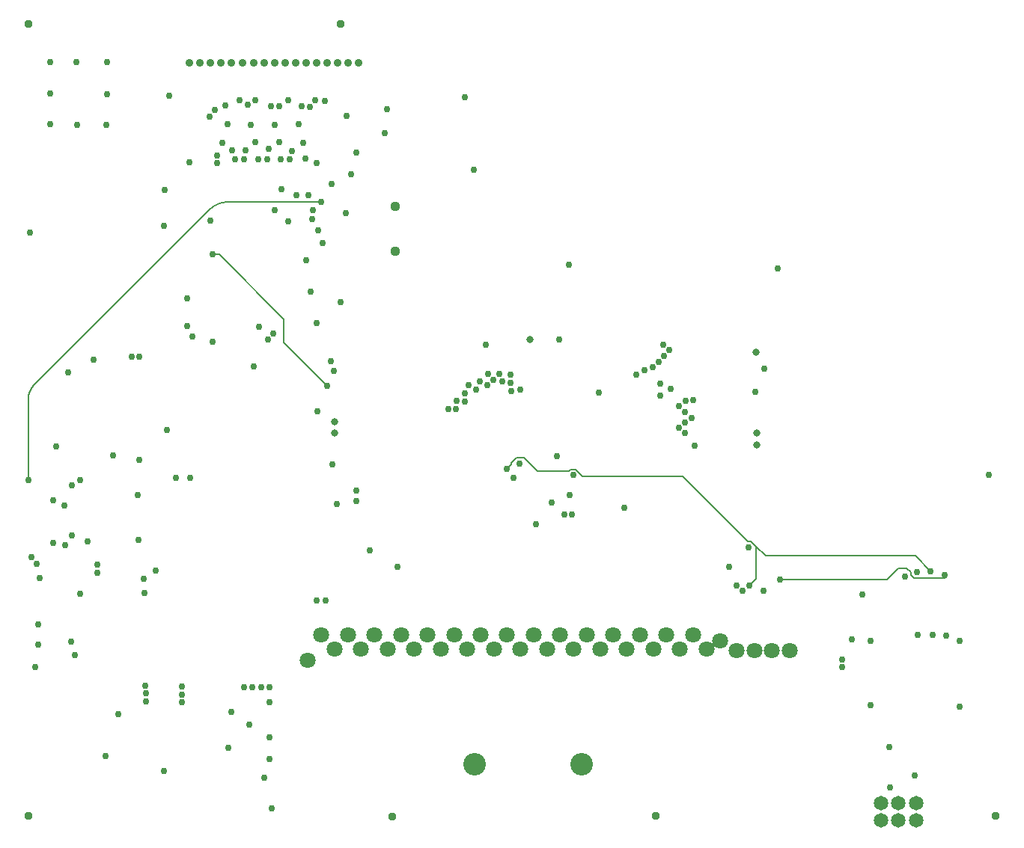
<source format=gbr>
G04 EAGLE Gerber RS-274X export*
G75*
%MOMM*%
%FSLAX34Y34*%
%LPD*%
%INCopper Layer 15*%
%IPPOS*%
%AMOC8*
5,1,8,0,0,1.08239X$1,22.5*%
G01*
%ADD10C,1.800000*%
%ADD11C,2.550000*%
%ADD12C,1.650000*%
%ADD13C,1.117600*%
%ADD14C,0.756400*%
%ADD15C,0.203200*%
%ADD16C,0.956400*%
%ADD17C,0.806400*%
%ADD18C,0.152400*%
%ADD19C,0.906400*%


D10*
X800473Y232485D03*
X784830Y222724D03*
X769810Y239014D03*
X754790Y222724D03*
X739770Y239014D03*
X724750Y222724D03*
X709730Y239014D03*
X694710Y222724D03*
X679690Y239014D03*
X664670Y222724D03*
X649650Y239014D03*
X634630Y222724D03*
X619610Y239014D03*
X604590Y222724D03*
X589570Y239014D03*
X574550Y222724D03*
X559530Y239014D03*
X544510Y222724D03*
X529490Y239014D03*
X514470Y222724D03*
X499450Y239014D03*
X484430Y222724D03*
X469410Y239014D03*
X454390Y222724D03*
X439370Y239014D03*
X424350Y222724D03*
X409330Y239014D03*
X394310Y222724D03*
X379290Y239014D03*
X364270Y222724D03*
X349250Y239014D03*
X334120Y210424D03*
X818890Y221314D03*
X838980Y221314D03*
X859070Y221314D03*
X879160Y221314D03*
D11*
X643640Y93024D03*
X522480Y93024D03*
D12*
X982030Y49022D03*
X982030Y29022D03*
X1002030Y49022D03*
X1002030Y29022D03*
X1022030Y49022D03*
X1022030Y29022D03*
D13*
X433324Y724154D03*
X433324Y673354D03*
D14*
X366910Y387738D03*
X559054Y426974D03*
X295148Y580390D03*
X833120Y295148D03*
D15*
X564388Y432054D02*
X564388Y433832D01*
X578866Y439928D02*
X594050Y424744D01*
X833120Y295148D02*
X840994Y303022D01*
X570484Y439928D02*
X564388Y433832D01*
X570484Y439928D02*
X578866Y439928D01*
X594050Y424744D02*
X629722Y424744D01*
X644652Y419100D02*
X758444Y419100D01*
X832104Y345440D01*
X834898Y345440D01*
X840994Y339344D01*
X840994Y303022D01*
D14*
X1038606Y311404D03*
D15*
X1021334Y328676D01*
X851662Y328676D02*
X840994Y339344D01*
X851662Y328676D02*
X1021334Y328676D01*
X631444Y426466D02*
X629722Y424744D01*
X637286Y426466D02*
X644652Y419100D01*
X637286Y426466D02*
X631444Y426466D01*
X564388Y432054D02*
X559488Y427154D01*
X559487Y427154D02*
X559452Y427121D01*
X559414Y427091D01*
X559374Y427064D01*
X559332Y427041D01*
X559289Y427021D01*
X559243Y427004D01*
X559197Y426991D01*
X559150Y426982D01*
X559102Y426976D01*
X559054Y426974D01*
D14*
X289080Y573532D03*
X573836Y433174D03*
X818896Y295148D03*
X868426Y301498D03*
D15*
X988822Y301498D01*
X1002030Y314706D02*
X1011428Y314706D01*
X1016000Y310134D01*
X1016000Y307340D01*
X1019556Y303784D01*
X1054354Y303784D01*
X1054354Y306832D01*
D14*
X1054354Y306832D03*
D15*
X1002030Y314706D02*
X988822Y301498D01*
D14*
X273088Y543560D03*
X566674Y417322D03*
X832358Y338328D03*
X961644Y285242D03*
X771906Y453390D03*
X616065Y441694D03*
X574642Y517177D03*
X744728Y517638D03*
X733044Y524082D03*
X564198Y515521D03*
X705866Y533936D03*
X563718Y524664D03*
X714987Y538892D03*
X563238Y533752D03*
X724075Y542166D03*
X554376Y525886D03*
X730860Y548234D03*
X551046Y534392D03*
X736651Y555295D03*
X544266Y528066D03*
X742950Y561848D03*
X537972Y534924D03*
X736092Y567944D03*
X535178Y567436D03*
X732282Y510146D03*
X536929Y521689D03*
X528492Y525808D03*
X770326Y504774D03*
X761238Y504050D03*
X524738Y517144D03*
X516288Y521970D03*
X754200Y497982D03*
X760984Y491914D03*
X511332Y512826D03*
X511642Y503682D03*
X768558Y484774D03*
X760702Y479778D03*
X502554Y503936D03*
X501848Y494791D03*
X753946Y473682D03*
X760730Y467614D03*
X492760Y495046D03*
X339598Y719709D03*
X335153Y737108D03*
X337312Y627507D03*
X203835Y577088D03*
X197358Y589026D03*
X45974Y391287D03*
X105537Y101727D03*
X70993Y216154D03*
X28829Y251079D03*
X84709Y345440D03*
X119888Y149352D03*
X171577Y85344D03*
X66040Y231648D03*
X113411Y442722D03*
X175006Y471424D03*
X91694Y550418D03*
X143256Y437388D03*
X618109Y574040D03*
X630301Y397764D03*
X609727Y389001D03*
X810514Y315976D03*
X849884Y289306D03*
X949833Y233934D03*
X970788Y232410D03*
X970788Y160020D03*
X1071499Y158115D03*
X1071245Y232283D03*
X1055751Y238506D03*
X1040638Y238887D03*
X1023747Y239141D03*
X850011Y540639D03*
X290322Y98298D03*
X267970Y137922D03*
X345313Y492252D03*
X21590Y327660D03*
X359791Y549402D03*
X297053Y720344D03*
X200152Y774446D03*
X332359Y663575D03*
X311785Y707263D03*
X360680Y749935D03*
X511683Y847598D03*
X388620Y402717D03*
D16*
X1111758Y34544D03*
X18288Y34290D03*
X18415Y930783D03*
X371348Y930783D03*
X429387Y33528D03*
X727583Y34544D03*
D14*
X242951Y817499D03*
X269367Y816864D03*
X296799Y816864D03*
X323469Y817499D03*
X629793Y658622D03*
X521589Y766064D03*
X1104519Y420624D03*
X865759Y653796D03*
X28956Y228346D03*
X19939Y695071D03*
X223774Y708152D03*
D17*
X841121Y559181D03*
X842264Y467741D03*
X842137Y453898D03*
X364614Y468043D03*
X364617Y480822D03*
X585724Y574040D03*
D14*
X663448Y513334D03*
X839978Y514096D03*
X634238Y420116D03*
X150495Y181991D03*
X150622Y172847D03*
X150749Y163576D03*
X261620Y179959D03*
X271653Y179959D03*
X281686Y179832D03*
X290957Y179832D03*
X191516Y180975D03*
X191516Y171831D03*
X191516Y162687D03*
X231559Y782320D03*
X223238Y825766D03*
X237697Y796210D03*
X228518Y833338D03*
X248059Y787745D03*
X251460Y777494D03*
X261620Y777748D03*
X257271Y844519D03*
X263624Y787654D03*
X274701Y844169D03*
X274585Y796925D03*
X278130Y778002D03*
X287782Y778002D03*
X301938Y837932D03*
X290294Y789940D03*
X311630Y844550D03*
X302048Y797294D03*
X303276Y777494D03*
X313690Y778002D03*
X342694Y844248D03*
X316215Y786892D03*
X353517Y843839D03*
X328560Y796290D03*
X336626Y837184D03*
X331216Y778256D03*
X171831Y743077D03*
X171069Y701929D03*
X304673Y743458D03*
X344043Y773303D03*
X377063Y716915D03*
X370981Y615979D03*
X226187Y570738D03*
X134747Y554101D03*
X143129Y554101D03*
X345948Y697484D03*
X247650Y151638D03*
X290322Y123444D03*
X290322Y162814D03*
X284734Y77216D03*
X378206Y826643D03*
X62611Y536575D03*
X49022Y452755D03*
X27686Y319405D03*
X30861Y303530D03*
X421259Y807339D03*
X240411Y838454D03*
X266319Y839216D03*
X292354Y838200D03*
X327025Y838073D03*
X177546Y849757D03*
X231140Y773176D03*
X351028Y683260D03*
X321564Y736981D03*
X343726Y591884D03*
X383413Y760476D03*
X197612Y620014D03*
X278544Y588137D03*
X423799Y834390D03*
X43053Y851916D03*
X43053Y817245D03*
X73533Y816737D03*
X106426Y816864D03*
X106807Y851154D03*
X106807Y887476D03*
X72136Y887984D03*
X43053Y887476D03*
X26035Y202819D03*
X355981Y521335D03*
D18*
X307086Y570230D01*
X234188Y669798D02*
X226441Y669798D01*
D14*
X226441Y669798D03*
D18*
X307086Y596900D02*
X307086Y570230D01*
X307086Y596900D02*
X234188Y669798D01*
D14*
X826008Y288798D03*
X624332Y375412D03*
X632460Y375412D03*
X938530Y211074D03*
X938530Y202438D03*
X1009396Y305054D03*
X435356Y316103D03*
X592455Y364744D03*
X142748Y346710D03*
X162052Y311658D03*
X148082Y302768D03*
X149606Y287020D03*
X184658Y417068D03*
X201168Y417068D03*
X141732Y397764D03*
X343662Y278384D03*
X354076Y278384D03*
X388620Y390398D03*
X362077Y432054D03*
X363474Y538226D03*
X404114Y335026D03*
X95758Y319151D03*
X95758Y309753D03*
X66802Y351409D03*
X76454Y285623D03*
X17780Y414274D03*
D15*
X17780Y505226D01*
X17787Y505830D01*
X17809Y506435D01*
X17845Y507038D01*
X17895Y507640D01*
X17960Y508241D01*
X18039Y508841D01*
X18132Y509438D01*
X18239Y510033D01*
X18360Y510625D01*
X18496Y511214D01*
X18645Y511800D01*
X18809Y512382D01*
X18986Y512960D01*
X19177Y513534D01*
X19381Y514102D01*
X19599Y514666D01*
X19831Y515225D01*
X20075Y515778D01*
X20333Y516324D01*
X20604Y516865D01*
X20887Y517399D01*
X21183Y517926D01*
X21491Y518446D01*
X21812Y518958D01*
X22145Y519463D01*
X22490Y519959D01*
X22846Y520448D01*
X23214Y520927D01*
X23594Y521398D01*
X23984Y521859D01*
X24385Y522312D01*
X24797Y522754D01*
X25219Y523187D01*
X222557Y720525D02*
X223064Y721019D01*
X223582Y721501D01*
X224111Y721971D01*
X224651Y722428D01*
X225202Y722872D01*
X225764Y723303D01*
X226335Y723720D01*
X226917Y724124D01*
X227507Y724514D01*
X228107Y724889D01*
X228716Y725250D01*
X229333Y725597D01*
X229958Y725928D01*
X230591Y726245D01*
X231231Y726547D01*
X231878Y726833D01*
X232532Y727104D01*
X233192Y727359D01*
X233858Y727599D01*
X234530Y727822D01*
X235206Y728029D01*
X235888Y728221D01*
X236573Y728396D01*
X237263Y728554D01*
X237956Y728697D01*
X238653Y728822D01*
X239352Y728931D01*
X240054Y729024D01*
X240757Y729099D01*
X241463Y729158D01*
X242169Y729200D01*
X242876Y729226D01*
X243584Y729234D01*
X348742Y729234D01*
D14*
X348742Y729234D03*
D15*
X222558Y720525D02*
X25220Y523187D01*
D14*
X76200Y414528D03*
X67417Y408325D03*
X58474Y386026D03*
X59817Y340868D03*
X45720Y343281D03*
X293624Y42418D03*
X244094Y110998D03*
X339344Y709676D03*
X992505Y66421D03*
X992124Y112141D03*
X1020572Y79883D03*
D19*
X200152Y887222D03*
D14*
X389001Y785114D03*
X691642Y383032D03*
X1023112Y310388D03*
D19*
X212090Y887222D03*
X235966Y887222D03*
X308610Y887222D03*
X391668Y887222D03*
X379730Y887222D03*
X367792Y887222D03*
X355854Y887222D03*
X343916Y887222D03*
X331978Y887222D03*
X320294Y887222D03*
X296672Y887222D03*
X284734Y887222D03*
X247904Y887222D03*
X224028Y887222D03*
X272542Y887222D03*
X259842Y887222D03*
M02*

</source>
